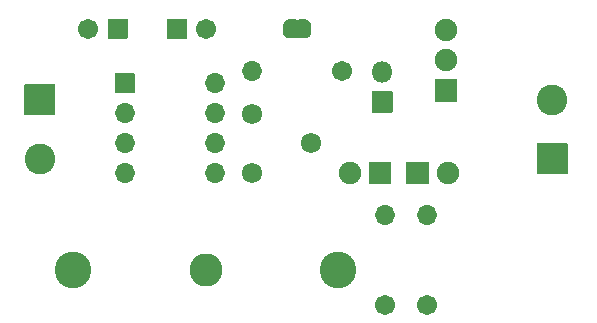
<source format=gbr>
G04 #@! TF.GenerationSoftware,KiCad,Pcbnew,(5.1.10)-1*
G04 #@! TF.CreationDate,2021-06-01T12:55:43+02:00*
G04 #@! TF.ProjectId,overvolt,6f766572-766f-46c7-942e-6b696361645f,rev?*
G04 #@! TF.SameCoordinates,Original*
G04 #@! TF.FileFunction,Soldermask,Top*
G04 #@! TF.FilePolarity,Negative*
%FSLAX46Y46*%
G04 Gerber Fmt 4.6, Leading zero omitted, Abs format (unit mm)*
G04 Created by KiCad (PCBNEW (5.1.10)-1) date 2021-06-01 12:55:43*
%MOMM*%
%LPD*%
G01*
G04 APERTURE LIST*
%ADD10C,1.902000*%
%ADD11O,1.702000X1.702000*%
%ADD12O,1.902000X1.902000*%
%ADD13O,1.802000X1.802000*%
%ADD14C,0.100000*%
%ADD15C,1.702000*%
%ADD16C,1.722000*%
%ADD17C,2.602000*%
%ADD18C,3.102000*%
%ADD19C,2.802000*%
G04 APERTURE END LIST*
G36*
G01*
X122351000Y-132500000D02*
X122351000Y-134300000D01*
G75*
G02*
X122300000Y-134351000I-51000J0D01*
G01*
X120500000Y-134351000D01*
G75*
G02*
X120449000Y-134300000I0J51000D01*
G01*
X120449000Y-132500000D01*
G75*
G02*
X120500000Y-132449000I51000J0D01*
G01*
X122300000Y-132449000D01*
G75*
G02*
X122351000Y-132500000I0J-51000D01*
G01*
G37*
D10*
X118860000Y-133400000D03*
G36*
G01*
X98949000Y-126600000D02*
X98949000Y-125000000D01*
G75*
G02*
X99000000Y-124949000I51000J0D01*
G01*
X100600000Y-124949000D01*
G75*
G02*
X100651000Y-125000000I0J-51000D01*
G01*
X100651000Y-126600000D01*
G75*
G02*
X100600000Y-126651000I-51000J0D01*
G01*
X99000000Y-126651000D01*
G75*
G02*
X98949000Y-126600000I0J51000D01*
G01*
G37*
D11*
X107420000Y-133420000D03*
X99800000Y-128340000D03*
X107420000Y-130880000D03*
X99800000Y-130880000D03*
X107420000Y-128340000D03*
X99800000Y-133420000D03*
X107420000Y-125800000D03*
G36*
G01*
X127900000Y-127351000D02*
X126100000Y-127351000D01*
G75*
G02*
X126049000Y-127300000I0J51000D01*
G01*
X126049000Y-125500000D01*
G75*
G02*
X126100000Y-125449000I51000J0D01*
G01*
X127900000Y-125449000D01*
G75*
G02*
X127951000Y-125500000I0J-51000D01*
G01*
X127951000Y-127300000D01*
G75*
G02*
X127900000Y-127351000I-51000J0D01*
G01*
G37*
D12*
X127000000Y-123860000D03*
X127000000Y-121320000D03*
G36*
G01*
X122501000Y-126550000D02*
X122501000Y-128250000D01*
G75*
G02*
X122450000Y-128301000I-51000J0D01*
G01*
X120750000Y-128301000D01*
G75*
G02*
X120699000Y-128250000I0J51000D01*
G01*
X120699000Y-126550000D01*
G75*
G02*
X120750000Y-126499000I51000J0D01*
G01*
X122450000Y-126499000D01*
G75*
G02*
X122501000Y-126550000I0J-51000D01*
G01*
G37*
D13*
X121600000Y-124860000D03*
D14*
G36*
X115056112Y-120399602D02*
G01*
X115074534Y-120399602D01*
X115079533Y-120399848D01*
X115128364Y-120404658D01*
X115133314Y-120405392D01*
X115181439Y-120414964D01*
X115186295Y-120416180D01*
X115233250Y-120430424D01*
X115237961Y-120432110D01*
X115283294Y-120450887D01*
X115287820Y-120453027D01*
X115331093Y-120476158D01*
X115335384Y-120478731D01*
X115376183Y-120505991D01*
X115380204Y-120508973D01*
X115418133Y-120540101D01*
X115421841Y-120543462D01*
X115456538Y-120578159D01*
X115459899Y-120581867D01*
X115491027Y-120619796D01*
X115494009Y-120623817D01*
X115521269Y-120664616D01*
X115523842Y-120668907D01*
X115546973Y-120712180D01*
X115549113Y-120716706D01*
X115567890Y-120762039D01*
X115569576Y-120766750D01*
X115583820Y-120813705D01*
X115585036Y-120818561D01*
X115594608Y-120866686D01*
X115595342Y-120871636D01*
X115600152Y-120920467D01*
X115600398Y-120925466D01*
X115600398Y-120943888D01*
X115601000Y-120950000D01*
X115601000Y-121450000D01*
X115600398Y-121456112D01*
X115600398Y-121474534D01*
X115600152Y-121479533D01*
X115595342Y-121528364D01*
X115594608Y-121533314D01*
X115585036Y-121581439D01*
X115583820Y-121586295D01*
X115569576Y-121633250D01*
X115567890Y-121637961D01*
X115549113Y-121683294D01*
X115546973Y-121687820D01*
X115523842Y-121731093D01*
X115521269Y-121735384D01*
X115494009Y-121776183D01*
X115491027Y-121780204D01*
X115459899Y-121818133D01*
X115456538Y-121821841D01*
X115421841Y-121856538D01*
X115418133Y-121859899D01*
X115380204Y-121891027D01*
X115376183Y-121894009D01*
X115335384Y-121921269D01*
X115331093Y-121923842D01*
X115287820Y-121946973D01*
X115283294Y-121949113D01*
X115237961Y-121967890D01*
X115233250Y-121969576D01*
X115186295Y-121983820D01*
X115181439Y-121985036D01*
X115133314Y-121994608D01*
X115128364Y-121995342D01*
X115079533Y-122000152D01*
X115074534Y-122000398D01*
X115056112Y-122000398D01*
X115050000Y-122001000D01*
X114550000Y-122001000D01*
X114540050Y-122000020D01*
X114530483Y-121997118D01*
X114521666Y-121992405D01*
X114513938Y-121986062D01*
X114507595Y-121978334D01*
X114502882Y-121969517D01*
X114499980Y-121959950D01*
X114499000Y-121950000D01*
X114499000Y-120450000D01*
X114499980Y-120440050D01*
X114502882Y-120430483D01*
X114507595Y-120421666D01*
X114513938Y-120413938D01*
X114521666Y-120407595D01*
X114530483Y-120402882D01*
X114540050Y-120399980D01*
X114550000Y-120399000D01*
X115050000Y-120399000D01*
X115056112Y-120399602D01*
G37*
G36*
X114259950Y-120399980D02*
G01*
X114269517Y-120402882D01*
X114278334Y-120407595D01*
X114286062Y-120413938D01*
X114292405Y-120421666D01*
X114297118Y-120430483D01*
X114300020Y-120440050D01*
X114301000Y-120450000D01*
X114301000Y-121950000D01*
X114300020Y-121959950D01*
X114297118Y-121969517D01*
X114292405Y-121978334D01*
X114286062Y-121986062D01*
X114278334Y-121992405D01*
X114269517Y-121997118D01*
X114259950Y-122000020D01*
X114250000Y-122001000D01*
X113750000Y-122001000D01*
X113743888Y-122000398D01*
X113725466Y-122000398D01*
X113720467Y-122000152D01*
X113671636Y-121995342D01*
X113666686Y-121994608D01*
X113618561Y-121985036D01*
X113613705Y-121983820D01*
X113566750Y-121969576D01*
X113562039Y-121967890D01*
X113516706Y-121949113D01*
X113512180Y-121946973D01*
X113468907Y-121923842D01*
X113464616Y-121921269D01*
X113423817Y-121894009D01*
X113419796Y-121891027D01*
X113381867Y-121859899D01*
X113378159Y-121856538D01*
X113343462Y-121821841D01*
X113340101Y-121818133D01*
X113308973Y-121780204D01*
X113305991Y-121776183D01*
X113278731Y-121735384D01*
X113276158Y-121731093D01*
X113253027Y-121687820D01*
X113250887Y-121683294D01*
X113232110Y-121637961D01*
X113230424Y-121633250D01*
X113216180Y-121586295D01*
X113214964Y-121581439D01*
X113205392Y-121533314D01*
X113204658Y-121528364D01*
X113199848Y-121479533D01*
X113199602Y-121474534D01*
X113199602Y-121456112D01*
X113199000Y-121450000D01*
X113199000Y-120950000D01*
X113199602Y-120943888D01*
X113199602Y-120925466D01*
X113199848Y-120920467D01*
X113204658Y-120871636D01*
X113205392Y-120866686D01*
X113214964Y-120818561D01*
X113216180Y-120813705D01*
X113230424Y-120766750D01*
X113232110Y-120762039D01*
X113250887Y-120716706D01*
X113253027Y-120712180D01*
X113276158Y-120668907D01*
X113278731Y-120664616D01*
X113305991Y-120623817D01*
X113308973Y-120619796D01*
X113340101Y-120581867D01*
X113343462Y-120578159D01*
X113378159Y-120543462D01*
X113381867Y-120540101D01*
X113419796Y-120508973D01*
X113423817Y-120505991D01*
X113464616Y-120478731D01*
X113468907Y-120476158D01*
X113512180Y-120453027D01*
X113516706Y-120450887D01*
X113562039Y-120432110D01*
X113566750Y-120430424D01*
X113613705Y-120416180D01*
X113618561Y-120414964D01*
X113666686Y-120405392D01*
X113671636Y-120404658D01*
X113720467Y-120399848D01*
X113725466Y-120399602D01*
X113743888Y-120399602D01*
X113750000Y-120399000D01*
X114250000Y-120399000D01*
X114259950Y-120399980D01*
G37*
G36*
G01*
X100051000Y-120400000D02*
X100051000Y-122000000D01*
G75*
G02*
X100000000Y-122051000I-51000J0D01*
G01*
X98400000Y-122051000D01*
G75*
G02*
X98349000Y-122000000I0J51000D01*
G01*
X98349000Y-120400000D01*
G75*
G02*
X98400000Y-120349000I51000J0D01*
G01*
X100000000Y-120349000D01*
G75*
G02*
X100051000Y-120400000I0J-51000D01*
G01*
G37*
D15*
X96700000Y-121200000D03*
D16*
X110600000Y-128400000D03*
X115600000Y-130900000D03*
X110600000Y-133400000D03*
D15*
X121800000Y-144600000D03*
D11*
X121800000Y-136980000D03*
D15*
X118200000Y-124800000D03*
D11*
X110580000Y-124800000D03*
D15*
X125400000Y-144600000D03*
D11*
X125400000Y-136980000D03*
G36*
G01*
X91350000Y-125899000D02*
X93850000Y-125899000D01*
G75*
G02*
X93901000Y-125950000I0J-51000D01*
G01*
X93901000Y-128450000D01*
G75*
G02*
X93850000Y-128501000I-51000J0D01*
G01*
X91350000Y-128501000D01*
G75*
G02*
X91299000Y-128450000I0J51000D01*
G01*
X91299000Y-125950000D01*
G75*
G02*
X91350000Y-125899000I51000J0D01*
G01*
G37*
D17*
X92600000Y-132200000D03*
G36*
G01*
X137250000Y-133501000D02*
X134750000Y-133501000D01*
G75*
G02*
X134699000Y-133450000I0J51000D01*
G01*
X134699000Y-130950000D01*
G75*
G02*
X134750000Y-130899000I51000J0D01*
G01*
X137250000Y-130899000D01*
G75*
G02*
X137301000Y-130950000I0J-51000D01*
G01*
X137301000Y-133450000D01*
G75*
G02*
X137250000Y-133501000I-51000J0D01*
G01*
G37*
X136000000Y-127200000D03*
D18*
X95400000Y-141600000D03*
X117900000Y-141600000D03*
D19*
X106650000Y-141600000D03*
G36*
G01*
X123649000Y-134300000D02*
X123649000Y-132500000D01*
G75*
G02*
X123700000Y-132449000I51000J0D01*
G01*
X125500000Y-132449000D01*
G75*
G02*
X125551000Y-132500000I0J-51000D01*
G01*
X125551000Y-134300000D01*
G75*
G02*
X125500000Y-134351000I-51000J0D01*
G01*
X123700000Y-134351000D01*
G75*
G02*
X123649000Y-134300000I0J51000D01*
G01*
G37*
D10*
X127140000Y-133400000D03*
G36*
G01*
X103349000Y-122000000D02*
X103349000Y-120400000D01*
G75*
G02*
X103400000Y-120349000I51000J0D01*
G01*
X105000000Y-120349000D01*
G75*
G02*
X105051000Y-120400000I0J-51000D01*
G01*
X105051000Y-122000000D01*
G75*
G02*
X105000000Y-122051000I-51000J0D01*
G01*
X103400000Y-122051000D01*
G75*
G02*
X103349000Y-122000000I0J51000D01*
G01*
G37*
D15*
X106700000Y-121200000D03*
D14*
G36*
X114295405Y-120423117D02*
G01*
X114296334Y-120424249D01*
X114296451Y-120424407D01*
X114304929Y-120437096D01*
X114321976Y-120454143D01*
X114342024Y-120467538D01*
X114364298Y-120476764D01*
X114387948Y-120481468D01*
X114412054Y-120481468D01*
X114435704Y-120476763D01*
X114457978Y-120467537D01*
X114478025Y-120454142D01*
X114495072Y-120437095D01*
X114503550Y-120424407D01*
X114503667Y-120424249D01*
X114504593Y-120423121D01*
X114506465Y-120422417D01*
X114508011Y-120423686D01*
X114507903Y-120425333D01*
X114504739Y-120431252D01*
X114501950Y-120440445D01*
X114501000Y-120450094D01*
X114501000Y-121949906D01*
X114501950Y-121959555D01*
X114504739Y-121968748D01*
X114507905Y-121974671D01*
X114507839Y-121976670D01*
X114506076Y-121977613D01*
X114504595Y-121976883D01*
X114503666Y-121975751D01*
X114503549Y-121975593D01*
X114495071Y-121962904D01*
X114478024Y-121945857D01*
X114457976Y-121932462D01*
X114435702Y-121923236D01*
X114412052Y-121918532D01*
X114387946Y-121918532D01*
X114364296Y-121923237D01*
X114342022Y-121932463D01*
X114321975Y-121945858D01*
X114304928Y-121962905D01*
X114296450Y-121975593D01*
X114296333Y-121975751D01*
X114295407Y-121976879D01*
X114293535Y-121977583D01*
X114291989Y-121976314D01*
X114292097Y-121974667D01*
X114295261Y-121968748D01*
X114298050Y-121959555D01*
X114299000Y-121949906D01*
X114299000Y-120450094D01*
X114298050Y-120440445D01*
X114295261Y-120431252D01*
X114292095Y-120425329D01*
X114292161Y-120423330D01*
X114293924Y-120422387D01*
X114295405Y-120423117D01*
G37*
M02*

</source>
